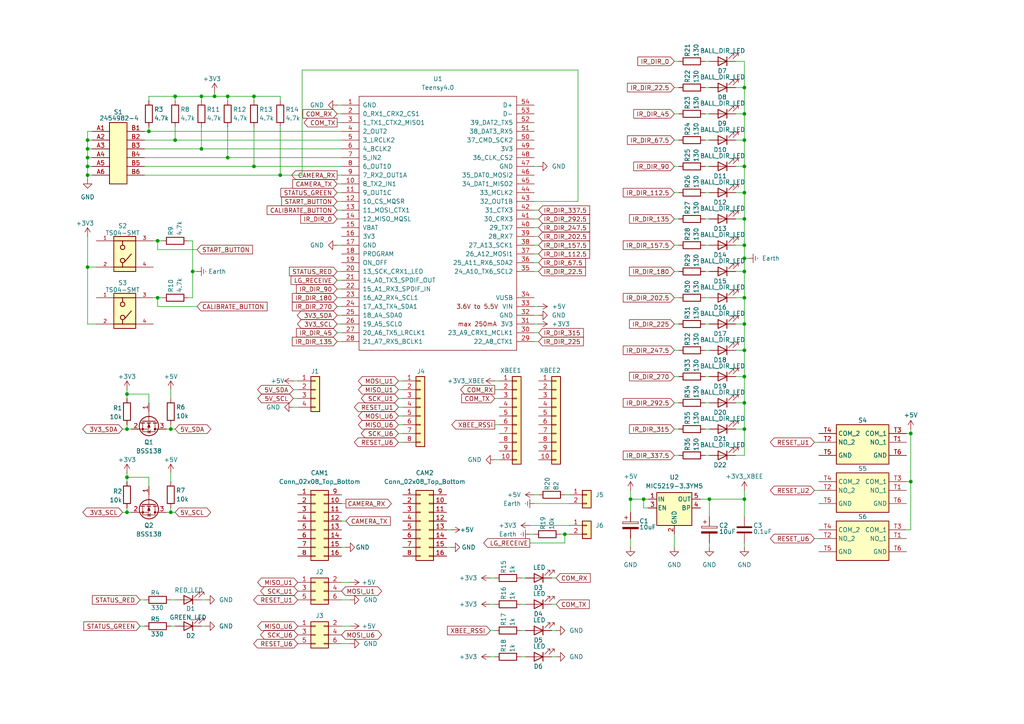
<source format=kicad_sch>
(kicad_sch (version 20250114) (generator "eeschema") (generator_version "9.0")
  (paper "A4")
  (junction (at 25.4 50.8))
  (junction (at 45.72 86.36))
  (junction (at 215.9 101.6))
  (junction (at 58.42 27.94))
  (junction (at 36.83 124.46))
  (junction (at 43.18 38.1))
  (junction (at 186.69 144.78))
  (junction (at 215.9 144.78))
  (junction (at 58.42 43.18))
  (junction (at 215.9 55.88))
  (junction (at 25.4 40.64))
  (junction (at 25.4 48.26))
  (junction (at 215.9 33.02))
  (junction (at 215.9 71.12))
  (junction (at 66.04 27.94))
  (junction (at 49.53 124.46))
  (junction (at 73.66 27.94))
  (junction (at 66.04 45.72))
  (junction (at 215.9 86.36))
  (junction (at 50.8 40.64))
  (junction (at 264.16 139.7))
  (junction (at 215.9 124.46))
  (junction (at 215.9 63.5))
  (junction (at 215.9 93.98))
  (junction (at 45.72 69.85))
  (junction (at 163.83 154.94))
  (junction (at 73.66 48.26))
  (junction (at 182.88 144.78))
  (junction (at 25.4 43.18))
  (junction (at 215.9 40.64))
  (junction (at 36.83 148.59))
  (junction (at 205.74 144.78))
  (junction (at 215.9 74.93))
  (junction (at 62.23 27.94))
  (junction (at 215.9 78.74))
  (junction (at 36.83 114.3))
  (junction (at 50.8 27.94))
  (junction (at 25.4 45.72))
  (junction (at 36.83 138.43))
  (junction (at 25.4 77.47))
  (junction (at 55.88 78.74))
  (junction (at 49.53 148.59))
  (junction (at 215.9 116.84))
  (junction (at 215.9 48.26))
  (junction (at 215.9 25.4))
  (junction (at 215.9 109.22))
  (junction (at 264.16 125.73))
  (junction (at 81.28 50.8))
  (wire (pts (xy 115.57 125.73) (xy 116.84 125.73)))
  (wire (pts (xy 41.91 43.18) (xy 58.42 43.18)))
  (wire (pts (xy 115.57 120.65) (xy 116.84 120.65)))
  (wire (pts (xy 40.64 181.61) (xy 41.91 181.61)))
  (wire (pts (xy 142.24 190.5) (xy 143.51 190.5)))
  (wire (pts (xy 99.06 181.61) (xy 101.6 181.61)))
  (wire (pts (xy 45.72 69.85) (xy 46.99 69.85)))
  (wire (pts (xy 215.9 101.6) (xy 215.9 93.98)))
  (wire (pts (xy 81.28 50.8) (xy 87.63 50.8)))
  (wire (pts (xy 215.9 71.12) (xy 215.9 63.5)))
  (wire (pts (xy 213.36 116.84) (xy 215.9 116.84)))
  (wire (pts (xy 41.91 50.8) (xy 81.28 50.8)))
  (wire (pts (xy 41.91 40.64) (xy 50.8 40.64)))
  (wire (pts (xy 213.36 101.6) (xy 215.9 101.6)))
  (wire (pts (xy 151.13 167.64) (xy 152.4 167.64)))
  (wire (pts (xy 99.06 158.75) (xy 100.33 158.75)))
  (wire (pts (xy 143.51 123.19) (xy 144.78 123.19)))
  (wire (pts (xy 73.66 48.26) (xy 73.66 36.83)))
  (wire (pts (xy 182.88 156.21) (xy 182.88 158.75)))
  (wire (pts (xy 25.4 50.8) (xy 25.4 52.07)))
  (wire (pts (xy 187.96 147.32) (xy 186.69 147.32)))
  (wire (pts (xy 154.94 48.26) (xy 156.21 48.26)))
  (wire (pts (xy 204.47 17.78) (xy 205.74 17.78)))
  (wire (pts (xy 195.58 55.88) (xy 196.85 55.88)))
  (wire (pts (xy 59.69 181.61) (xy 58.42 181.61)))
  (wire (pts (xy 154.94 78.74) (xy 156.21 78.74)))
  (wire (pts (xy 41.91 48.26) (xy 73.66 48.26)))
  (wire (pts (xy 36.83 114.3) (xy 36.83 115.57)))
  (wire (pts (xy 151.13 190.5) (xy 152.4 190.5)))
  (wire (pts (xy 215.9 78.74) (xy 215.9 74.93)))
  (wire (pts (xy 154.94 93.98) (xy 156.21 93.98)))
  (wire (pts (xy 55.88 78.74) (xy 55.88 86.36)))
  (wire (pts (xy 213.36 124.46) (xy 215.9 124.46)))
  (wire (pts (xy 142.24 182.88) (xy 143.51 182.88)))
  (wire (pts (xy 160.02 167.64) (xy 161.29 167.64)))
  (wire (pts (xy 187.96 144.78) (xy 186.69 144.78)))
  (wire (pts (xy 182.88 144.78) (xy 186.69 144.78)))
  (wire (pts (xy 57.15 72.39) (xy 45.72 72.39)))
  (wire (pts (xy 99.06 168.91) (xy 101.6 168.91)))
  (wire (pts (xy 81.28 27.94) (xy 73.66 27.94)))
  (wire (pts (xy 58.42 43.18) (xy 99.06 43.18)))
  (wire (pts (xy 262.89 125.73) (xy 264.16 125.73)))
  (wire (pts (xy 215.9 55.88) (xy 215.9 48.26)))
  (wire (pts (xy 154.94 58.42) (xy 167.64 58.42)))
  (wire (pts (xy 204.47 109.22) (xy 205.74 109.22)))
  (wire (pts (xy 215.9 132.08) (xy 215.9 124.46)))
  (wire (pts (xy 97.79 71.12) (xy 99.06 71.12)))
  (wire (pts (xy 204.47 40.64) (xy 205.74 40.64)))
  (wire (pts (xy 97.79 55.88) (xy 99.06 55.88)))
  (wire (pts (xy 167.64 20.32) (xy 87.63 20.32)))
  (wire (pts (xy 213.36 109.22) (xy 215.9 109.22)))
  (wire (pts (xy 154.94 96.52) (xy 156.21 96.52)))
  (wire (pts (xy 215.9 109.22) (xy 215.9 101.6)))
  (wire (pts (xy 50.8 40.64) (xy 50.8 36.83)))
  (wire (pts (xy 27.94 93.98) (xy 25.4 93.98)))
  (wire (pts (xy 43.18 116.84) (xy 43.18 114.3)))
  (wire (pts (xy 213.36 78.74) (xy 215.9 78.74)))
  (wire (pts (xy 163.83 143.51) (xy 165.1 143.51)))
  (wire (pts (xy 115.57 115.57) (xy 116.84 115.57)))
  (wire (pts (xy 26.67 50.8) (xy 25.4 50.8)))
  (wire (pts (xy 182.88 144.78) (xy 182.88 148.59)))
  (wire (pts (xy 97.79 99.06) (xy 99.06 99.06)))
  (wire (pts (xy 36.83 113.03) (xy 36.83 114.3)))
  (wire (pts (xy 167.64 58.42) (xy 167.64 20.32)))
  (wire (pts (xy 195.58 93.98) (xy 196.85 93.98)))
  (wire (pts (xy 45.72 72.39) (xy 45.72 69.85)))
  (wire (pts (xy 25.4 48.26) (xy 25.4 50.8)))
  (wire (pts (xy 204.47 25.4) (xy 205.74 25.4)))
  (wire (pts (xy 50.8 181.61) (xy 49.53 181.61)))
  (wire (pts (xy 154.94 73.66) (xy 156.21 73.66)))
  (wire (pts (xy 264.16 124.46) (xy 264.16 125.73)))
  (wire (pts (xy 213.36 33.02) (xy 215.9 33.02)))
  (wire (pts (xy 142.24 175.26) (xy 143.51 175.26)))
  (wire (pts (xy 50.8 40.64) (xy 99.06 40.64)))
  (wire (pts (xy 81.28 36.83) (xy 81.28 50.8)))
  (wire (pts (xy 54.61 69.85) (xy 55.88 69.85)))
  (wire (pts (xy 97.79 30.48) (xy 99.06 30.48)))
  (wire (pts (xy 99.06 151.13) (xy 100.33 151.13)))
  (wire (pts (xy 115.57 118.11) (xy 116.84 118.11)))
  (wire (pts (xy 97.79 58.42) (xy 99.06 58.42)))
  (wire (pts (xy 25.4 77.47) (xy 25.4 68.58)))
  (wire (pts (xy 115.57 123.19) (xy 116.84 123.19)))
  (wire (pts (xy 213.36 86.36) (xy 215.9 86.36)))
  (wire (pts (xy 97.79 35.56) (xy 99.06 35.56)))
  (wire (pts (xy 129.54 153.67) (xy 130.81 153.67)))
  (wire (pts (xy 25.4 40.64) (xy 26.67 40.64)))
  (wire (pts (xy 215.9 74.93) (xy 215.9 71.12)))
  (wire (pts (xy 204.47 86.36) (xy 205.74 86.36)))
  (wire (pts (xy 41.91 45.72) (xy 66.04 45.72)))
  (wire (pts (xy 85.09 110.49) (xy 86.36 110.49)))
  (wire (pts (xy 66.04 27.94) (xy 73.66 27.94)))
  (wire (pts (xy 97.79 91.44) (xy 99.06 91.44)))
  (wire (pts (xy 215.9 157.48) (xy 215.9 158.75)))
  (wire (pts (xy 87.63 20.32) (xy 87.63 50.8)))
  (wire (pts (xy 195.58 101.6) (xy 196.85 101.6)))
  (wire (pts (xy 43.18 38.1) (xy 43.18 36.83)))
  (wire (pts (xy 204.47 116.84) (xy 205.74 116.84)))
  (wire (pts (xy 195.58 124.46) (xy 196.85 124.46)))
  (wire (pts (xy 25.4 93.98) (xy 25.4 77.47)))
  (wire (pts (xy 25.4 43.18) (xy 26.67 43.18)))
  (wire (pts (xy 215.9 63.5) (xy 215.9 55.88)))
  (wire (pts (xy 153.67 152.4) (xy 165.1 152.4)))
  (wire (pts (xy 153.67 154.94) (xy 154.94 154.94)))
  (wire (pts (xy 215.9 40.64) (xy 215.9 33.02)))
  (wire (pts (xy 160.02 175.26) (xy 161.29 175.26)))
  (wire (pts (xy 85.09 113.03) (xy 86.36 113.03)))
  (wire (pts (xy 97.79 96.52) (xy 99.06 96.52)))
  (wire (pts (xy 97.79 81.28) (xy 99.06 81.28)))
  (wire (pts (xy 154.94 76.2) (xy 156.21 76.2)))
  (wire (pts (xy 25.4 40.64) (xy 25.4 43.18)))
  (wire (pts (xy 115.57 128.27) (xy 116.84 128.27)))
  (wire (pts (xy 213.36 63.5) (xy 215.9 63.5)))
  (wire (pts (xy 115.57 110.49) (xy 116.84 110.49)))
  (wire (pts (xy 213.36 40.64) (xy 215.9 40.64)))
  (wire (pts (xy 236.22 156.21) (xy 237.49 156.21)))
  (wire (pts (xy 43.18 27.94) (xy 50.8 27.94)))
  (wire (pts (xy 45.72 86.36) (xy 46.99 86.36)))
  (wire (pts (xy 97.79 63.5) (xy 99.06 63.5)))
  (wire (pts (xy 58.42 43.18) (xy 58.42 36.83)))
  (wire (pts (xy 195.58 25.4) (xy 196.85 25.4)))
  (wire (pts (xy 43.18 140.97) (xy 43.18 138.43)))
  (wire (pts (xy 195.58 132.08) (xy 196.85 132.08)))
  (wire (pts (xy 154.94 63.5) (xy 156.21 63.5)))
  (wire (pts (xy 129.54 158.75) (xy 130.81 158.75)))
  (wire (pts (xy 73.66 48.26) (xy 99.06 48.26)))
  (wire (pts (xy 35.56 148.59) (xy 36.83 148.59)))
  (wire (pts (xy 195.58 78.74) (xy 196.85 78.74)))
  (wire (pts (xy 151.13 175.26) (xy 152.4 175.26)))
  (wire (pts (xy 143.51 133.35) (xy 144.78 133.35)))
  (wire (pts (xy 40.64 173.99) (xy 41.91 173.99)))
  (wire (pts (xy 43.18 114.3) (xy 36.83 114.3)))
  (wire (pts (xy 54.61 86.36) (xy 55.88 86.36)))
  (wire (pts (xy 195.58 154.94) (xy 195.58 158.75)))
  (wire (pts (xy 154.94 60.96) (xy 156.21 60.96)))
  (wire (pts (xy 97.79 53.34) (xy 99.06 53.34)))
  (wire (pts (xy 25.4 45.72) (xy 25.4 48.26)))
  (wire (pts (xy 195.58 116.84) (xy 196.85 116.84)))
  (wire (pts (xy 215.9 74.93) (xy 217.17 74.93)))
  (wire (pts (xy 204.47 55.88) (xy 205.74 55.88)))
  (wire (pts (xy 143.51 115.57) (xy 144.78 115.57)))
  (wire (pts (xy 215.9 144.78) (xy 205.74 144.78)))
  (wire (pts (xy 205.74 157.48) (xy 205.74 158.75)))
  (wire (pts (xy 143.51 110.49) (xy 144.78 110.49)))
  (wire (pts (xy 66.04 45.72) (xy 99.06 45.72)))
  (wire (pts (xy 182.88 144.78) (xy 182.88 142.24)))
  (wire (pts (xy 25.4 43.18) (xy 25.4 45.72)))
  (wire (pts (xy 204.47 63.5) (xy 205.74 63.5)))
  (wire (pts (xy 151.13 182.88) (xy 152.4 182.88)))
  (wire (pts (xy 162.56 154.94) (xy 163.83 154.94)))
  (wire (pts (xy 154.94 91.44) (xy 156.21 91.44)))
  (wire (pts (xy 154.94 146.05) (xy 165.1 146.05)))
  (wire (pts (xy 215.9 33.02) (xy 215.9 25.4)))
  (wire (pts (xy 160.02 182.88) (xy 161.29 182.88)))
  (wire (pts (xy 97.79 78.74) (xy 99.06 78.74)))
  (wire (pts (xy 85.09 115.57) (xy 86.36 115.57)))
  (wire (pts (xy 163.83 157.48) (xy 163.83 154.94)))
  (wire (pts (xy 154.94 68.58) (xy 156.21 68.58)))
  (wire (pts (xy 236.22 128.27) (xy 237.49 128.27)))
  (wire (pts (xy 215.9 25.4) (xy 215.9 17.78)))
  (wire (pts (xy 264.16 125.73) (xy 264.16 139.7)))
  (wire (pts (xy 160.02 190.5) (xy 161.29 190.5)))
  (wire (pts (xy 154.94 99.06) (xy 156.21 99.06)))
  (wire (pts (xy 35.56 124.46) (xy 36.83 124.46)))
  (wire (pts (xy 36.83 148.59) (xy 36.83 147.32)))
  (wire (pts (xy 43.18 38.1) (xy 99.06 38.1)))
  (wire (pts (xy 154.94 71.12) (xy 156.21 71.12)))
  (wire (pts (xy 215.9 17.78) (xy 213.36 17.78)))
  (wire (pts (xy 99.06 186.69) (xy 101.6 186.69)))
  (wire (pts (xy 97.79 93.98) (xy 99.06 93.98)))
  (wire (pts (xy 41.91 38.1) (xy 43.18 38.1)))
  (wire (pts (xy 81.28 27.94) (xy 81.28 29.21)))
  (wire (pts (xy 115.57 113.03) (xy 116.84 113.03)))
  (wire (pts (xy 264.16 139.7) (xy 264.16 153.67)))
  (wire (pts (xy 25.4 48.26) (xy 26.67 48.26)))
  (wire (pts (xy 62.23 27.94) (xy 62.23 26.67)))
  (wire (pts (xy 38.1 148.59) (xy 36.83 148.59)))
  (wire (pts (xy 36.83 138.43) (xy 36.83 139.7)))
  (wire (pts (xy 195.58 86.36) (xy 196.85 86.36)))
  (wire (pts (xy 195.58 48.26) (xy 196.85 48.26)))
  (wire (pts (xy 99.06 146.05) (xy 100.33 146.05)))
  (wire (pts (xy 50.8 27.94) (xy 58.42 27.94)))
  (wire (pts (xy 195.58 63.5) (xy 196.85 63.5)))
  (wire (pts (xy 45.72 88.9) (xy 45.72 86.36)))
  (wire (pts (xy 215.9 142.24) (xy 215.9 144.78)))
  (wire (pts (xy 204.47 48.26) (xy 205.74 48.26)))
  (wire (pts (xy 142.24 167.64) (xy 143.51 167.64)))
  (wire (pts (xy 62.23 27.94) (xy 66.04 27.94)))
  (wire (pts (xy 204.47 132.08) (xy 205.74 132.08)))
  (wire (pts (xy 44.45 86.36) (xy 45.72 86.36)))
  (wire (pts (xy 50.8 173.99) (xy 49.53 173.99)))
  (wire (pts (xy 36.83 124.46) (xy 36.83 123.19)))
  (wire (pts (xy 215.9 86.36) (xy 215.9 78.74)))
  (wire (pts (xy 99.06 173.99) (xy 101.6 173.99)))
  (wire (pts (xy 97.79 33.02) (xy 99.06 33.02)))
  (wire (pts (xy 213.36 55.88) (xy 215.9 55.88)))
  (wire (pts (xy 204.47 71.12) (xy 205.74 71.12)))
  (wire (pts (xy 49.53 148.59) (xy 49.53 147.32)))
  (wire (pts (xy 49.53 124.46) (xy 49.53 123.19)))
  (wire (pts (xy 262.89 139.7) (xy 264.16 139.7)))
  (wire (pts (xy 58.42 27.94) (xy 58.42 29.21)))
  (wire (pts (xy 55.88 78.74) (xy 57.15 78.74)))
  (wire (pts (xy 195.58 71.12) (xy 196.85 71.12)))
  (wire (pts (xy 73.66 27.94) (xy 73.66 29.21)))
  (wire (pts (xy 195.58 109.22) (xy 196.85 109.22)))
  (wire (pts (xy 205.74 144.78) (xy 205.74 149.86)))
  (wire (pts (xy 262.89 153.67) (xy 264.16 153.67)))
  (wire (pts (xy 26.67 38.1) (xy 25.4 38.1)))
  (wire (pts (xy 97.79 86.36) (xy 99.06 86.36)))
  (wire (pts (xy 66.04 36.83) (xy 66.04 45.72)))
  (wire (pts (xy 154.94 143.51) (xy 156.21 143.51)))
  (wire (pts (xy 154.94 66.04) (xy 156.21 66.04)))
  (wire (pts (xy 215.9 93.98) (xy 215.9 86.36)))
  (wire (pts (xy 49.53 137.16) (xy 49.53 139.7)))
  (wire (pts (xy 143.51 113.03) (xy 144.78 113.03)))
  (wire (pts (xy 50.8 27.94) (xy 50.8 29.21)))
  (wire (pts (xy 25.4 38.1) (xy 25.4 40.64)))
  (wire (pts (xy 204.47 33.02) (xy 205.74 33.02)))
  (wire (pts (xy 213.36 132.08) (xy 215.9 132.08)))
  (wire (pts (xy 97.79 50.8) (xy 99.06 50.8)))
  (wire (pts (xy 213.36 93.98) (xy 215.9 93.98)))
  (wire (pts (xy 97.79 83.82) (xy 99.06 83.82)))
  (wire (pts (xy 186.69 147.32) (xy 186.69 144.78)))
  (wire (pts (xy 204.47 93.98) (xy 205.74 93.98)))
  (wire (pts (xy 236.22 142.24) (xy 237.49 142.24)))
  (wire (pts (xy 59.69 173.99) (xy 58.42 173.99)))
  (wire (pts (xy 27.94 77.47) (xy 25.4 77.47)))
  (wire (pts (xy 215.9 116.84) (xy 215.9 109.22)))
  (wire (pts (xy 49.53 148.59) (xy 50.8 148.59)))
  (wire (pts (xy 204.47 78.74) (xy 205.74 78.74)))
  (wire (pts (xy 55.88 69.85) (xy 55.88 78.74)))
  (wire (pts (xy 43.18 138.43) (xy 36.83 138.43)))
  (wire (pts (xy 215.9 48.26) (xy 215.9 40.64)))
  (wire (pts (xy 204.47 101.6) (xy 205.74 101.6)))
  (wire (pts (xy 213.36 71.12) (xy 215.9 71.12)))
  (wire (pts (xy 44.45 69.85) (xy 45.72 69.85)))
  (wire (pts (xy 154.94 88.9) (xy 156.21 88.9)))
  (wire (pts (xy 153.67 157.48) (xy 163.83 157.48)))
  (wire (pts (xy 58.42 27.94) (xy 62.23 27.94)))
  (wire (pts (xy 38.1 124.46) (xy 36.83 124.46)))
  (wire (pts (xy 195.58 33.02) (xy 196.85 33.02)))
  (wire (pts (xy 57.15 88.9) (xy 45.72 88.9)))
  (wire (pts (xy 85.09 118.11) (xy 86.36 118.11)))
  (wire (pts (xy 66.04 27.94) (xy 66.04 29.21)))
  (wire (pts (xy 195.58 17.78) (xy 196.85 17.78)))
  (wire (pts (xy 97.79 60.96) (xy 99.06 60.96)))
  (wire (pts (xy 213.36 25.4) (xy 215.9 25.4)))
  (wire (pts (xy 195.58 40.64) (xy 196.85 40.64)))
  (wire (pts (xy 97.79 88.9) (xy 99.06 88.9)))
  (wire (pts (xy 203.2 144.78) (xy 205.74 144.78)))
  (wire (pts (xy 163.83 154.94) (xy 165.1 154.94)))
  (wire (pts (xy 49.53 124.46) (xy 50.8 124.46)))
  (wire (pts (xy 49.53 113.03) (xy 49.53 115.57)))
  (wire (pts (xy 25.4 45.72) (xy 26.67 45.72)))
  (wire (pts (xy 215.9 124.46) (xy 215.9 116.84)))
  (wire (pts (xy 204.47 124.46) (xy 205.74 124.46)))
  (wire (pts (xy 48.26 148.59) (xy 49.53 148.59)))
  (wire (pts (xy 36.83 137.16) (xy 36.83 138.43)))
  (wire (pts (xy 48.26 124.46) (xy 49.53 124.46)))
  (wire (pts (xy 213.36 48.26) (xy 215.9 48.26)))
  (wire (pts (xy 43.18 29.21) (xy 43.18 27.94)))
  (wire (pts (xy 215.9 149.86) (xy 215.9 144.78)))
  (global_label "RESET_U6" (shape bidirectional) (at 86.36 186.69 180) (property "Intersheetrefs" "${INTERSHEET_REFS}" (effects (hide yes))))
  (global_label "IR_DIR_90" (shape input) (at 195.58 48.26 180) (property "Intersheetrefs" "${INTERSHEET_REFS}" (effects (hide yes))))
  (global_label "COM_RX" (shape input) (at 161.29 167.64 0) (property "Intersheetrefs" "${INTERSHEET_REFS}" (effects (hide yes))))
  (global_label "IR_DIR_22.5" (shape input) (at 156.21 78.74 0) (property "Intersheetrefs" "${INTERSHEET_REFS}" (effects (hide yes))))
  (global_label "3V3_SDA" (shape bidirectional) (at 97.79 91.44 180) (property "Intersheetrefs" "${INTERSHEET_REFS}" (effects (hide yes))))
  (global_label "XBEE_RSSI" (shape output) (at 143.51 123.19 180) (property "Intersheetrefs" "${INTERSHEET_REFS}" (effects (hide yes))))
  (global_label "IR_DIR_157.5" (shape input) (at 156.21 71.12 0) (property "Intersheetrefs" "${INTERSHEET_REFS}" (effects (hide yes))))
  (global_label "IR_DIR_292.5" (shape input) (at 156.21 63.5 0) (property "Intersheetrefs" "${INTERSHEET_REFS}" (effects (hide yes))))
  (global_label "IR_DIR_202.5" (shape input) (at 195.58 86.36 180) (property "Intersheetrefs" "${INTERSHEET_REFS}" (effects (hide yes))))
  (global_label "IR_DIR_315" (shape input) (at 156.21 96.52 0) (property "Intersheetrefs" "${INTERSHEET_REFS}" (effects (hide yes))))
  (global_label "SCK_U1" (shape bidirectional) (at 115.57 115.57 180) (property "Intersheetrefs" "${INTERSHEET_REFS}" (effects (hide yes))))
  (global_label "IR_DIR_157.5" (shape input) (at 195.58 71.12 180) (property "Intersheetrefs" "${INTERSHEET_REFS}" (effects (hide yes))))
  (global_label "IR_DIR_112.5" (shape input) (at 156.21 73.66 0) (property "Intersheetrefs" "${INTERSHEET_REFS}" (effects (hide yes))))
  (global_label "IR_DIR_270" (shape input) (at 97.79 88.9 180) (property "Intersheetrefs" "${INTERSHEET_REFS}" (effects (hide yes))))
  (global_label "SCK_U6" (shape bidirectional) (at 115.57 125.73 180) (property "Intersheetrefs" "${INTERSHEET_REFS}" (effects (hide yes))))
  (global_label "CALIBRATE_BUTTON" (shape input) (at 97.79 60.96 180) (property "Intersheetrefs" "${INTERSHEET_REFS}" (effects (hide yes))))
  (global_label "START_BUTTON" (shape input) (at 97.79 58.42 180) (property "Intersheetrefs" "${INTERSHEET_REFS}" (effects (hide yes))))
  (global_label "IR_DIR_45" (shape input) (at 195.58 33.02 180) (property "Intersheetrefs" "${INTERSHEET_REFS}" (effects (hide yes))))
  (global_label "SCK_U1" (shape bidirectional) (at 86.36 171.45 180) (property "Intersheetrefs" "${INTERSHEET_REFS}" (effects (hide yes))))
  (global_label "RESET_U6" (shape bidirectional) (at 115.57 128.27 180) (property "Intersheetrefs" "${INTERSHEET_REFS}" (effects (hide yes))))
  (global_label "COM_TX" (shape output) (at 97.79 35.56 180) (property "Intersheetrefs" "${INTERSHEET_REFS}" (effects (hide yes))))
  (global_label "3V3_SCL" (shape bidirectional) (at 35.56 148.59 180) (property "Intersheetrefs" "${INTERSHEET_REFS}" (effects (hide yes))))
  (global_label "IR_DIR_90" (shape input) (at 97.79 83.82 180) (property "Intersheetrefs" "${INTERSHEET_REFS}" (effects (hide yes))))
  (global_label "5V_SCL" (shape bidirectional) (at 85.09 115.57 180) (property "Intersheetrefs" "${INTERSHEET_REFS}" (effects (hide yes))))
  (global_label "MOSI_U6" (shape bidirectional) (at 99.06 184.15 0) (property "Intersheetrefs" "${INTERSHEET_REFS}" (effects (hide yes))))
  (global_label "3V3_SCL" (shape bidirectional) (at 97.79 93.98 180) (property "Intersheetrefs" "${INTERSHEET_REFS}" (effects (hide yes))))
  (global_label "CAMERA_TX" (shape input) (at 100.33 151.13 0) (property "Intersheetrefs" "${INTERSHEET_REFS}" (effects (hide yes))))
  (global_label "COM_TX" (shape input) (at 143.51 115.57 180) (property "Intersheetrefs" "${INTERSHEET_REFS}" (effects (hide yes))))
  (global_label "MOSI_U1" (shape bidirectional) (at 99.06 171.45 0) (property "Intersheetrefs" "${INTERSHEET_REFS}" (effects (hide yes))))
  (global_label "IR_DIR_315" (shape input) (at 195.58 124.46 180) (property "Intersheetrefs" "${INTERSHEET_REFS}" (effects (hide yes))))
  (global_label "IR_DIR_337.5" (shape input) (at 156.21 60.96 0) (property "Intersheetrefs" "${INTERSHEET_REFS}" (effects (hide yes))))
  (global_label "IR_DIR_337.5" (shape input) (at 195.58 132.08 180) (property "Intersheetrefs" "${INTERSHEET_REFS}" (effects (hide yes))))
  (global_label "CAMERA_RX" (shape output) (at 97.79 50.8 180) (property "Intersheetrefs" "${INTERSHEET_REFS}" (effects (hide yes))))
  (global_label "MISO_U1" (shape bidirectional) (at 86.36 168.91 180) (property "Intersheetrefs" "${INTERSHEET_REFS}" (effects (hide yes))))
  (global_label "CAMERA_RX" (shape output) (at 100.33 146.05 0) (property "Intersheetrefs" "${INTERSHEET_REFS}" (effects (hide yes))))
  (global_label "CAMERA_TX" (shape input) (at 97.79 53.34 180) (property "Intersheetrefs" "${INTERSHEET_REFS}" (effects (hide yes))))
  (global_label "RESET_U2" (shape bidirectional) (at 236.22 142.24 180) (property "Intersheetrefs" "${INTERSHEET_REFS}" (effects (hide yes))))
  (global_label "IR_DIR_180" (shape input) (at 195.58 78.74 180) (property "Intersheetrefs" "${INTERSHEET_REFS}" (effects (hide yes))))
  (global_label "COM_TX" (shape input) (at 161.29 175.26 0) (property "Intersheetrefs" "${INTERSHEET_REFS}" (effects (hide yes))))
  (global_label "5V_SCL" (shape bidirectional) (at 50.8 148.59 0) (property "Intersheetrefs" "${INTERSHEET_REFS}" (effects (hide yes))))
  (global_label "IR_DIR_247.5" (shape input) (at 156.21 66.04 0) (property "Intersheetrefs" "${INTERSHEET_REFS}" (effects (hide yes))))
  (global_label "IR_DIR_67.5" (shape input) (at 156.21 76.2 0) (property "Intersheetrefs" "${INTERSHEET_REFS}" (effects (hide yes))))
  (global_label "IR_DIR_135" (shape input) (at 195.58 63.5 180) (property "Intersheetrefs" "${INTERSHEET_REFS}" (effects (hide yes))))
  (global_label "CALIBRATE_BUTTON" (shape input) (at 57.15 88.9 0) (property "Intersheetrefs" "${INTERSHEET_REFS}" (effects (hide yes))))
  (global_label "COM_RX" (shape input) (at 97.79 33.02 180) (property "Intersheetrefs" "${INTERSHEET_REFS}" (effects (hide yes))))
  (global_label "IR_DIR_225" (shape input) (at 156.21 99.06 0) (property "Intersheetrefs" "${INTERSHEET_REFS}" (effects (hide yes))))
  (global_label "STATUS_GREEN" (shape input) (at 97.79 55.88 180) (property "Intersheetrefs" "${INTERSHEET_REFS}" (effects (hide yes))))
  (global_label "IR_DIR_202.5" (shape input) (at 156.21 68.58 0) (property "Intersheetrefs" "${INTERSHEET_REFS}" (effects (hide yes))))
  (global_label "LG_RECEIVE" (shape output) (at 153.67 157.48 180) (property "Intersheetrefs" "${INTERSHEET_REFS}" (effects (hide yes))))
  (global_label "3V3_SDA" (shape bidirectional) (at 35.56 124.46 180) (property "Intersheetrefs" "${INTERSHEET_REFS}" (effects (hide yes))))
  (global_label "IR_DIR_247.5" (shape input) (at 195.58 101.6 180) (property "Intersheetrefs" "${INTERSHEET_REFS}" (effects (hide yes))))
  (global_label "RESET_U1" (shape bidirectional) (at 86.36 173.99 180) (property "Intersheetrefs" "${INTERSHEET_REFS}" (effects (hide yes))))
  (global_label "SCK_U6" (shape bidirectional) (at 86.36 184.15 180) (property "Intersheetrefs" "${INTERSHEET_REFS}" (effects (hide yes))))
  (global_label "IR_DIR_45" (shape input) (at 97.79 96.52 180) (property "Intersheetrefs" "${INTERSHEET_REFS}" (effects (hide yes))))
  (global_label "STATUS_RED" (shape input) (at 40.64 173.99 180) (property "Intersheetrefs" "${INTERSHEET_REFS}" (effects (hide yes))))
  (global_label "IR_DIR_180" (shape input) (at 97.79 86.36 180) (property "Intersheetrefs" "${INTERSHEET_REFS}" (effects (hide yes))))
  (global_label "COM_RX" (shape output) (at 143.51 113.03 180) (property "Intersheetrefs" "${INTERSHEET_REFS}" (effects (hide yes))))
  (global_label "RESET_U6" (shape bidirectional) (at 236.22 156.21 180) (property "Intersheetrefs" "${INTERSHEET_REFS}" (effects (hide yes))))
  (global_label "MOSI_U1" (shape bidirectional) (at 115.57 110.49 180) (property "Intersheetrefs" "${INTERSHEET_REFS}" (effects (hide yes))))
  (global_label "RESET_U1" (shape bidirectional) (at 236.22 128.27 180) (property "Intersheetrefs" "${INTERSHEET_REFS}" (effects (hide yes))))
  (global_label "IR_DIR_225" (shape input) (at 195.58 93.98 180) (property "Intersheetrefs" "${INTERSHEET_REFS}" (effects (hide yes))))
  (global_label "LG_RECEIVE" (shape input) (at 97.79 81.28 180) (property "Intersheetrefs" "${INTERSHEET_REFS}" (effects (hide yes))))
  (global_label "IR_DIR_22.5" (shape input) (at 195.58 25.4 180) (property "Intersheetrefs" "${INTERSHEET_REFS}" (effects (hide yes))))
  (global_label "START_BUTTON" (shape input) (at 57.15 72.39 0) (property "Intersheetrefs" "${INTERSHEET_REFS}" (effects (hide yes))))
  (global_label "MOSI_U6" (shape bidirectional) (at 115.57 120.65 180) (property "Intersheetrefs" "${INTERSHEET_REFS}" (effects (hide yes))))
  (global_label "IR_DIR_112.5" (shape input) (at 195.58 55.88 180) (property "Intersheetrefs" "${INTERSHEET_REFS}" (effects (hide yes))))
  (global_label "MISO_U6" (shape bidirectional) (at 86.36 181.61 180) (property "Intersheetrefs" "${INTERSHEET_REFS}" (effects (hide yes))))
  (global_label "IR_DIR_270" (shape input) (at 195.58 109.22 180) (property "Intersheetrefs" "${INTERSHEET_REFS}" (effects (hide yes))))
  (global_label "5V_SDA" (shape bidirectional) (at 85.09 113.03 180) (property "Intersheetrefs" "${INTERSHEET_REFS}" (effects (hide yes))))
  (global_label "IR_DIR_292.5" (shape input) (at 195.58 116.84 180) (property "Intersheetrefs" "${INTERSHEET_REFS}" (effects (hide yes))))
  (global_label "STATUS_GREEN" (shape input) (at 40.64 181.61 180) (property "Intersheetrefs" "${INTERSHEET_REFS}" (effects (hide yes))))
  (global_label "IR_DIR_67.5" (shape input) (at 195.58 40.64 180) (property "Intersheetrefs" "${INTERSHEET_REFS}" (effects (hide yes))))
  (global_label "XBEE_RSSI" (shape input) (at 142.24 182.88 180) (property "Intersheetrefs" "${INTERSHEET_REFS}" (effects (hide yes))))
  (global_label "IR_DIR_0" (shape input) (at 195.58 17.78 180) (property "Intersheetrefs" "${INTERSHEET_REFS}" (effects (hide yes))))
  (global_label "5V_SDA" (shape bidirectional) (at 50.8 124.46 0) (property "Intersheetrefs" "${INTERSHEET_REFS}" (effects (hide yes))))
  (global_label "RESET_U1" (shape bidirectional) (at 115.57 118.11 180) (property "Intersheetrefs" "${INTERSHEET_REFS}" (effects (hide yes))))
  (global_label "MISO_U1" (shape bidirectional) (at 115.57 113.03 180) (property "Intersheetrefs" "${INTERSHEET_REFS}" (effects (hide yes))))
  (global_label "IR_DIR_0" (shape input) (at 97.79 63.5 180) (property "Intersheetrefs" "${INTERSHEET_REFS}" (effects (hide yes))))
  (global_label "MISO_U6" (shape bidirectional) (at 115.57 123.19 180) (property "Intersheetrefs" "${INTERSHEET_REFS}" (effects (hide yes))))
  (global_label "IR_DIR_135" (shape input) (at 97.79 99.06 180) (property "Intersheetrefs" "${INTERSHEET_REFS}" (effects (hide yes))))
  (global_label "STATUS_RED" (shape input) (at 97.79 78.74 180) (property "Intersheetrefs" "${INTERSHEET_REFS}" (effects (hide yes))))
  (symbol (lib_id "power:GND") (at 156.21 48.26 90) (unit 1)
    (property "Reference" "#PWR031" (effects (hide yes)))
    (property "Value" "GND" (at 160.02 48.2599 90) (effects (justify right)))
    (property "Description" "Power symbol creates a global label with name \"GND\" , ground" (effects (hide yes)))
  )
  (symbol (lib_id "power:GND") (at 97.79 71.12 270) (unit 1)
    (property "Reference" "#PWR014" (effects (hide yes)))
    (property "Value" "GND" (at 93.98 71.1199 90) (effects (justify right)))
    (property "Description" "Power symbol creates a global label with name \"GND\" , ground" (effects (hide yes)))
  )
  (symbol (lib_id "Device:R") (at 158.75 154.94 270) (unit 1)
    (property "Reference" "R19" (at 157.48 153.67 0) (effects (justify right)))
    (property "Value" "10k" (at 160.02 153.67 0) (effects (justify right)))
    (property "Footprint" "Resistor_SMD:R_0805_2012Metric_Pad1.20x1.40mm_HandSolder" (effects (hide yes)))
    (property "Description" "Resistor" (effects (hide yes)))
  )
  (symbol (lib_id "Device:LED") (at 209.55 33.02 180) (unit 1)
    (property "Reference" "D9" (at 210.82 35.814 0) (effects (justify left)))
    (property "Value" "BALL_DIR_LED" (at 216.154 29.972 0) (effects (justify left)))
    (property "Footprint" "LED_SMD:LED_0805_2012Metric_Pad1.15x1.40mm_HandSolder" (effects (hide yes)))
    (property "Description" "Light emitting diode" (effects (hide yes)))
  )
  (symbol (lib_id "Device:R") (at 200.66 116.84 270) (unit 1)
    (property "Reference" "R34" (at 199.39 115.57 0) (effects (justify right)))
    (property "Value" "130" (at 201.93 115.57 0) (effects (justify right)))
    (property "Footprint" "Resistor_SMD:R_0805_2012Metric_Pad1.20x1.40mm_HandSolder" (effects (hide yes)))
    (property "Description" "Resistor" (effects (hide yes)))
  )
  (symbol (lib_id "Device:LED") (at 54.61 181.61 180) (unit 1)
    (property "Reference" "D2" (at 56.642 184.404 0) (effects (justify left)))
    (property "Value" "GREEN_LED" (at 59.944 179.07 0) (effects (justify left)))
    (property "Footprint" "LED_SMD:LED_0805_2012Metric_Pad1.15x1.40mm_HandSolder" (effects (hide yes)))
    (property "Description" "Light emitting diode" (effects (hide yes)))
  )
  (symbol (lib_id "Device:C_Polarized") (at 182.88 152.4 0) (unit 1)
    (property "Reference" "C1" (at 185.42 151.13 0) (effects (justify left)))
    (property "Value" "10uF" (at 185.42 152.908 0) (effects (justify left)))
    (property "Footprint" "Capacitor_Tantalum_SMD:CP_EIA-3216-12_Kemet-S_Pad1.58x1.35mm_HandSolder" (effects (hide yes)))
    (property "Description" "Polarized capacitor" (effects (hide yes)))
  )
  (symbol (lib_id "Device:R") (at 147.32 175.26 270) (unit 1)
    (property "Reference" "R16" (at 146.05 173.99 0) (effects (justify right)))
    (property "Value" "1k" (at 148.59 173.99 0) (effects (justify right)))
    (property "Footprint" "Resistor_SMD:R_0805_2012Metric_Pad1.20x1.40mm_HandSolder" (effects (hide yes)))
    (property "Description" "Resistor" (effects (hide yes)))
  )
  (symbol (lib_id "power:+5V") (at 156.21 88.9 270) (unit 1)
    (property "Reference" "#PWR032" (effects (hide yes)))
    (property "Value" "+5V" (at 160.02 88.8999 90) (effects (justify left)))
    (property "Description" "Power symbol creates a global label with name \"+5V\"" (effects (hide yes)))
  )
  (symbol (lib_id "Device:R") (at 200.66 101.6 270) (unit 1)
    (property "Reference" "R32" (at 199.39 100.33 0) (effects (justify right)))
    (property "Value" "130" (at 201.93 100.33 0) (effects (justify right)))
    (property "Footprint" "Resistor_SMD:R_0805_2012Metric_Pad1.20x1.40mm_HandSolder" (effects (hide yes)))
    (property "Description" "Resistor" (effects (hide yes)))
  )
  (symbol (lib_id "power:Earth") (at 57.15 78.74 90) (unit 1)
    (property "Reference" "#PWR07" (effects (hide yes)))
    (property "Value" "Earth" (at 62.992 78.74 90))
    (property "Description" "Power symbol creates a global label with name \"Earth\"" (effects (hide yes)))
  )
  (symbol (lib_id "Connector_Generic:Conn_01x02") (at 170.18 152.4 0) (unit 1)
    (property "Reference" "J6" (at 172.72 152.3999 0) (effects (justify left)))
    (property "Value" "Conn_01x02" (effects (hide yes)))
    (property "Footprint" "Connector_JST:JST_PH_B2B-PH-K_1x02_P2.00mm_Vertical" (effects (hide yes)))
    (property "Description" "Generic connector, single row, 01x02, script generated (kicad-library-utils/schlib/autogen/connector/)" (effects (hide yes)))
  )
  (symbol (lib_id "Device:LED") (at 209.55 40.64 180) (unit 1)
    (property "Reference" "D10" (at 210.82 43.434 0) (effects (justify left)))
    (property "Value" "BALL_DIR_LED" (at 216.154 37.592 0) (effects (justify left)))
    (property "Footprint" "LED_SMD:LED_0805_2012Metric_Pad1.15x1.40mm_HandSolder" (effects (hide yes)))
    (property "Description" "Light emitting diode" (effects (hide yes)))
  )
  (symbol (lib_id "power:Earth") (at 153.67 154.94 270) (unit 1)
    (property "Reference" "#PWR028" (effects (hide yes)))
    (property "Value" "Earth" (at 149.86 154.9399 90) (effects (justify right)))
    (property "Description" "Power symbol creates a global label with name \"Earth\"" (effects (hide yes)))
  )
  (symbol (lib_id "Device:R") (at 147.32 167.64 270) (unit 1)
    (property "Reference" "R15" (at 146.05 166.37 0) (effects (justify right)))
    (property "Value" "1k" (at 148.59 166.37 0) (effects (justify right)))
    (property "Footprint" "Resistor_SMD:R_0805_2012Metric_Pad1.20x1.40mm_HandSolder" (effects (hide yes)))
    (property "Description" "Resistor" (effects (hide yes)))
  )
  (symbol (lib_id "Device:R") (at 58.42 33.02 0) (unit 1)
    (property "Reference" "R11" (at 59.944 31.75 0) (effects (justify left)))
    (property "Value" "4.7k" (at 59.944 34.29 0) (effects (justify left)))
    (property "Footprint" "Resistor_SMD:R_0805_2012Metric_Pad1.20x1.40mm_HandSolder" (effects (hide yes)))
    (property "Description" "Resistor" (effects (hide yes)))
  )
  (symbol (lib_id "power:Earth") (at 217.17 74.93 90) (unit 1)
    (property "Reference" "#PWR043" (effects (hide yes)))
    (property "Value" "Earth" (at 220.98 74.9299 90) (effects (justify right)))
    (property "Description" "Power symbol creates a global label with name \"Earth\"" (effects (hide yes)))
  )
  (symbol (lib_id "power:GND") (at 161.29 190.5 90) (unit 1)
    (property "Reference" "#PWR036" (effects (hide yes)))
    (property "Value" "GND" (at 165.1 190.4999 90) (effects (justify right)))
    (property "Description" "Power symbol creates a global label with name \"GND\" , ground" (effects (hide yes)))
  )
  (symbol (lib_id "power:+5V") (at 264.16 124.46 0) (unit 1)
    (property "Reference" "#PWR044" (effects (hide yes)))
    (property "Value" "+5V" (at 264.16 120.396 0))
    (property "Description" "Power symbol creates a global label with name \"+5V\"" (effects (hide yes)))
  )
  (symbol (lib_id "Transistor_FET:BSS138") (at 43.18 146.05 270) (unit 1)
    (property "Reference" "Q2" (at 43.18 152.4 90))
    (property "Value" "BSS138" (at 43.18 154.94 90))
    (property "Footprint" "Package_TO_SOT_SMD:SOT-23" (effects (hide yes)))
    (property "Datasheet" "https://www.onsemi.com/pub/Collateral/BSS138-D.PDF" (effects (hide yes)))
    (property "Description" "50V Vds, 0.22A Id, N-Channel MOSFET, SOT-23" (effects (hide yes)))
  )
  (symbol (lib_id "power:GND") (at 59.69 173.99 90) (unit 1)
    (property "Reference" "#PWR08" (effects (hide yes)))
    (property "Value" "GND" (at 63.5 173.9899 90) (effects (justify right)))
    (property "Description" "Power symbol creates a global label with name \"GND\" , ground" (effects (hide yes)))
  )
  (symbol (lib_id "power:GND") (at 215.9 158.75 0) (unit 1)
    (property "Reference" "#PWR042" (effects (hide yes)))
    (property "Value" "GND" (at 215.9 163.83 0))
    (property "Description" "Power symbol creates a global label with name \"GND\" , ground" (effects (hide yes)))
  )
  (symbol (lib_id "Connector_Generic:Conn_02x08_Top_Bottom") (at 91.44 151.13 0) (unit 1)
    (property "Reference" "CAM1" (at 92.71 137.16 0))
    (property "Value" "Conn_02x08_Top_Bottom" (at 92.71 139.7 0))
    (property "Footprint" "Connector_PinSocket_2.54mm:PinSocket_2x08_P2.54mm_Vertical" (effects (hide yes)))
    (property "Description" "Generic connector, double row, 02x08, top/bottom pin numbering scheme (row 1: 1...pins_per_row, row2: pins_per_row+1 ... num_pins), script generated (kicad-library-utils/schlib/autogen/connector/)" (effects (hide yes)))
  )
  (symbol (lib_id "Device:R") (at 200.66 71.12 270) (unit 1)
    (property "Reference" "R28" (at 199.39 69.85 0) (effects (justify right)))
    (property "Value" "130" (at 201.93 69.85 0) (effects (justify right)))
    (property "Footprint" "Resistor_SMD:R_0805_2012Metric_Pad1.20x1.40mm_HandSolder" (effects (hide yes)))
    (property "Description" "Resistor" (effects (hide yes)))
  )
  (symbol (lib_id "Connector_Generic:Conn_01x10") (at 161.29 120.65 0) (unit 1)
    (property "Reference" "XBEE2" (at 156.464 107.442 0) (effects (justify left)))
    (property "Value" "Conn_01x10" (effects (hide yes)))
    (property "Footprint" "Connector_PinSocket_2.00mm:PinSocket_1x10_P2.00mm_Vertical" (effects (hide yes)))
    (property "Description" "Generic connector, single row, 01x10, script generated (kicad-library-utils/schlib/autogen/connector/)" (effects (hide yes)))
  )
  (symbol (lib_id "Device:LED") (at 209.55 109.22 180) (unit 1)
    (property "Reference" "D19" (at 210.82 112.014 0) (effects (justify left)))
    (property "Value" "BALL_DIR_LED" (at 216.154 106.172 0) (effects (justify left)))
    (property "Footprint" "LED_SMD:LED_0805_2012Metric_Pad1.15x1.40mm_HandSolder" (effects (hide yes)))
    (property "Description" "Light emitting diode" (effects (hide yes)))
  )
  (symbol (lib_id "power:GND") (at 130.81 158.75 90) (unit 1)
    (property "Reference" "#PWR021" (effects (hide yes)))
    (property "Value" "GND" (at 133.858 158.75 90) (effects (justify right)))
    (property "Description" "Power symbol creates a global label with name \"GND\" , ground" (effects (hide yes)))
  )
  (symbol (lib_id "Device:LED") (at 209.55 55.88 180) (unit 1)
    (property "Reference" "D12" (at 210.82 58.674 0) (effects (justify left)))
    (property "Value" "BALL_DIR_LED" (at 216.154 52.832 0) (effects (justify left)))
    (property "Footprint" "LED_SMD:LED_0805_2012Metric_Pad1.15x1.40mm_HandSolder" (effects (hide yes)))
    (property "Description" "Light emitting diode" (effects (hide yes)))
  )
  (symbol (lib_id "power:+3V3") (at 156.21 93.98 270) (unit 1)
    (property "Reference" "#PWR034" (effects (hide yes)))
    (property "Value" "+3V3" (at 160.02 93.9799 90) (effects (justify left)))
    (property "Description" "Power symbol creates a global label with name \"+3V3\"" (effects (hide yes)))
  )
  (symbol (lib_id "power:+3V3") (at 215.9 142.24 0) (unit 1)
    (property "Reference" "#PWR041" (effects (hide yes)))
    (property "Value" "+3V3_XBEE" (at 215.9 138.176 0))
    (property "Description" "Power symbol creates a global label with name \"+3V3\"" (effects (hide yes)))
  )
  (symbol (lib_id "Device:R") (at 200.66 78.74 270) (unit 1)
    (property "Reference" "R29" (at 199.39 77.47 0) (effects (justify right)))
    (property "Value" "130" (at 201.93 77.47 0) (effects (justify right)))
    (property "Footprint" "Resistor_SMD:R_0805_2012Metric_Pad1.20x1.40mm_HandSolder" (effects (hide yes)))
    (property "Description" "Resistor" (effects (hide yes)))
  )
  (symbol (lib_id "power:+5V") (at 49.53 137.16 0) (unit 1)
    (property "Reference" "#PWR06" (effects (hide yes)))
    (property "Value" "+5V" (at 49.53 133.35 0))
    (property "Description" "Power symbol creates a global label with name \"+5V\"" (effects (hide yes)))
  )
  (symbol (lib_id "power:GND") (at 101.6 173.99 90) (unit 1)
    (property "Reference" "#PWR017" (effects (hide yes)))
    (property "Value" "GND" (at 105.41 173.9899 90) (effects (justify right)))
    (property "Description" "Power symbol creates a global label with name \"GND\" , ground" (effects (hide yes)))
  )
  (symbol (lib_id "TS04-66-70-BK-260-SMT:TS04-66-70-BK-260-SMT") (at 35.56 73.66 0) (unit 1)
    (property "Reference" "S2" (at 35.56 65.532 0))
    (property "Value" "TS04-SMT" (at 35.56 67.564 0))
    (property "Footprint" "TS04:SW_TS04-66-70-BK-260-SMT" (effects (hide yes)))
    (property "PARTREV" "1.0" (effects (hide yes)))
    (property "MANUFACTURER" "CUI Devices" (effects (hide yes)))
    (property "STANDARD" "Manufacturer Recommendations" (effects (hide yes)))
  )
  (symbol (lib_id "MSLPT5252BG4MTR:MSLPT5252BG4MTR") (at 250.19 143.51 0) (unit 1)
    (property "Reference" "S5" (at 250.19 135.89 0))
    (property "Value" "MSLPT5252BG4MTR" (effects (hide yes)))
    (property "Footprint" "MSLPT5252BG4MTR:MSLPT5252BG4MTR" (effects (hide yes)))
    (property "Datasheet" "https://www.te.com/commerce/DocumentDelivery/DDEController?Action=srchrtrv&DocNm=2337236-1&DocType=Data%20Sheet&DocLang=English&PartCntxt=2337237-4&DocFormat=pdf" (effects (hide yes)))
    (property "Description" "Tactile Switch SPST-NO Top Actuated Surface Mount" (effects (hide yes)))
    (property "Height" "1.7" (effects (hide yes)))
    (property "Mouser Part Number" "506-MSLPT5252BG4MTR" (effects (hide yes)))
    (property "Mouser Price/Stock" "https://www.mouser.co.uk/ProductDetail/TE-Connectivity-Alcoswitch/MSLPT5252BG4MTR?qs=qSfuJ%252Bfl%2Fd5wQKp21ENdNQ%3D%3D" (effects (hide yes)))
    (property "Manufacturer_Name" "TE Connectivity" (effects (hide yes)))
    (property "Manufacturer_Part_Number" "MSLPT5252BG4MTR" (effects (hide yes)))
  )
  (symbol (lib_id "Connector_Generic:Conn_01x04") (at 91.44 113.03 0) (unit 1)
    (property "Reference" "J1" (at 90.17 107.696 0) (effects (justify left)))
    (property "Value" "Conn_01x04" (effects (hide yes)))
    (property "Footprint" "Connector_JST:JST_PH_B4B-PH-K_1x04_P2.00mm_Vertical" (effects (hide yes)))
    (property "Description" "Generic connector, single row, 01x04, script generated (kicad-library-utils/schlib/autogen/connector/)" (effects (hide yes)))
  )
  (symbol (lib_id "Device:R") (at 200.66 48.26 270) (unit 1)
    (property "Reference" "R25" (at 199.39 46.99 0) (effects (justify right)))
    (property "Value" "130" (at 201.93 46.99 0) (effects (justify right)))
    (property "Footprint" "Resistor_SMD:R_0805_2012Metric_Pad1.20x1.40mm_HandSolder" (effects (hide yes)))
    (property "Description" "Resistor" (effects (hide yes)))
  )
  (symbol (lib_id "power:GND") (at 97.79 30.48 270) (unit 1)
    (property "Reference" "#PWR013" (effects (hide yes)))
    (property "Value" "GND" (at 93.98 30.4799 90) (effects (justify right)))
    (property "Description" "Power symbol creates a global label with name \"GND\" , ground" (effects (hide yes)))
  )
  (symbol (lib_id "MSLPT5252BG4MTR:MSLPT5252BG4MTR") (at 250.19 129.54 0) (unit 1)
    (property "Reference" "S4" (at 250.19 121.92 0))
    (property "Value" "MSLPT5252BG4MTR" (effects (hide yes)))
    (property "Footprint" "MSLPT5252BG4MTR:MSLPT5252BG4MTR" (effects (hide yes)))
    (property "Datasheet" "https://www.te.com/commerce/DocumentDelivery/DDEController?Action=srchrtrv&DocNm=2337236-1&DocType=Data%20Sheet&DocLang=English&PartCntxt=2337237-4&DocFormat=pdf" (effects (hide yes)))
    (property "Description" "Tactile Switch SPST-NO Top Actuated Surface Mount" (effects (hide yes)))
    (property "Height" "1.7" (effects (hide yes)))
    (property "Mouser Part Number" "506-MSLPT5252BG4MTR" (effects (hide yes)))
    (property "Mouser Price/Stock" "https://www.mouser.co.uk/ProductDetail/TE-Connectivity-Alcoswitch/MSLPT5252BG4MTR?qs=qSfuJ%252Bfl%2Fd5wQKp21ENdNQ%3D%3D" (effects (hide yes)))
    (property "Manufacturer_Name" "TE Connectivity" (effects (hide yes)))
    (property "Manufacturer_Part_Number" "MSLPT5252BG4MTR" (effects (hide yes)))
  )
  (symbol (lib_id "power:+5V") (at 85.09 110.49 90) (unit 1)
    (property "Reference" "#PWR011" (effects (hide yes)))
    (property "Value" "+5V" (at 82.55 110.4899 90) (effects (justify left)))
    (property "Description" "Power symbol creates a global label with name \"+5V\"" (effects (hide yes)))
  )
  (symbol (lib_id "Connector_Generic:Conn_01x08") (at 121.92 118.11 0) (unit 1)
    (property "Reference" "J4" (at 120.904 107.696 0) (effects (justify left)))
    (property "Value" "Conn_01x08" (effects (hide yes)))
    (property "Footprint" "Connector_JST:JST_PH_B8B-PH-K_1x08_P2.00mm_Vertical" (effects (hide yes)))
    (property "Description" "Generic connector, single row, 01x08, script generated (kicad-library-utils/schlib/autogen/connector/)" (effects (hide yes)))
  )
  (symbol (lib_id "power:GND") (at 100.33 158.75 90) (unit 1)
    (property "Reference" "#PWR015" (effects (hide yes)))
    (property "Value" "GND" (at 103.124 158.75 90) (effects (justify right)))
    (property "Description" "Power symbol creates a global label with name \"GND\" , ground" (effects (hide yes)))
  )
  (symbol (lib_id "Connector_Generic:Conn_02x03_Odd_Even") (at 91.44 171.45 0) (unit 1)
    (property "Reference" "J2" (at 92.71 165.862 0))
    (property "Value" "Conn_02x03_Odd_Even" (effects (hide yes)))
    (property "Footprint" "Connector_IDC:IDC-Header_2x03_P2.54mm_Vertical_SMD" (effects (hide yes)))
    (property "Description" "Generic connector, double row, 02x03, odd/even pin numbering scheme (row 1 odd numbers, row 2 even numbers), script generated (kicad-library-utils/schlib/autogen/connector/)" (effects (hide yes)))
  )
  (symbol (lib_id "Device:R") (at 200.66 17.78 270) (unit 1)
    (property "Reference" "R21" (at 199.39 16.51 0) (effects (justify right)))
    (property "Value" "130" (at 201.93 16.51 0) (effects (justify right)))
    (property "Footprint" "Resistor_SMD:R_0805_2012Metric_Pad1.20x1.40mm_HandSolder" (effects (hide yes)))
    (property "Description" "Resistor" (effects (hide yes)))
  )
  (symbol (lib_id "Device:LED") (at 209.55 124.46 180) (unit 1)
    (property "Reference" "D21" (at 210.82 127.254 0) (effects (justify left)))
    (property "Value" "BALL_DIR_LED" (at 216.154 121.412 0) (effects (justify left)))
    (property "Footprint" "LED_SMD:LED_0805_2012Metric_Pad1.15x1.40mm_HandSolder" (effects (hide yes)))
    (property "Description" "Light emitting diode" (effects (hide yes)))
  )
  (symbol (lib_id "Device:R") (at 200.66 124.46 270) (unit 1)
    (property "Reference" "R35" (at 199.39 123.19 0) (effects (justify right)))
    (property "Value" "130" (at 201.93 123.19 0) (effects (justify right)))
    (property "Footprint" "Resistor_SMD:R_0805_2012Metric_Pad1.20x1.40mm_HandSolder" (effects (hide yes)))
    (property "Description" "Resistor" (effects (hide yes)))
  )
  (symbol (lib_id "power:GND") (at 182.88 158.75 0) (unit 1)
    (property "Reference" "#PWR038" (effects (hide yes)))
    (property "Value" "GND" (at 182.88 163.83 0))
    (property "Description" "Power symbol creates a global label with name \"GND\" , ground" (effects (hide yes)))
  )
  (symbol (lib_id "Device:R") (at 66.04 33.02 0) (unit 1)
    (property "Reference" "R12" (at 67.564 31.75 0) (effects (justify left)))
    (property "Value" "4.7k" (at 67.564 34.29 0) (effects (justify left)))
    (property "Footprint" "Resistor_SMD:R_0805_2012Metric_Pad1.20x1.40mm_HandSolder" (effects (hide yes)))
    (property "Description" "Resistor" (effects (hide yes)))
  )
  (symbol (lib_id "power:GND") (at 143.51 133.35 270) (unit 1)
    (property "Reference" "#PWR026" (effects (hide yes)))
    (property "Value" "GND" (at 139.7 133.3499 90) (effects (justify right)))
    (property "Description" "Power symbol creates a global label with name \"GND\" , ground" (effects (hide yes)))
  )
  (symbol (lib_id "power:+3V3") (at 62.23 26.67 0) (unit 1)
    (property "Reference" "#PWR010" (effects (hide yes)))
    (property "Value" "+3V3" (at 61.468 22.86 0))
    (property "Description" "Power symbol creates a global label with name \"+3V3\"" (effects (hide yes)))
  )
  (symbol (lib_id "Device:R") (at 200.66 132.08 270) (unit 1)
    (property "Reference" "R36" (at 199.39 130.81 0) (effects (justify right)))
    (property "Value" "130" (at 201.93 130.81 0) (effects (justify right)))
    (property "Footprint" "Resistor_SMD:R_0805_2012Metric_Pad1.20x1.40mm_HandSolder" (effects (hide yes)))
    (property "Description" "Resistor" (effects (hide yes)))
  )
  (symbol (lib_id "Device:R") (at 45.72 181.61 90) (unit 1)
    (property "Reference" "R5" (at 43.688 179.578 90) (effects (justify right)))
    (property "Value" "330" (at 43.688 183.896 90) (effects (justify right)))
    (property "Footprint" "Resistor_SMD:R_0805_2012Metric_Pad1.20x1.40mm_HandSolder" (effects (hide yes)))
    (property "Description" "Resistor" (effects (hide yes)))
  )
  (symbol (lib_id "Device:LED") (at 209.55 86.36 180) (unit 1)
    (property "Reference" "D16" (at 210.82 89.154 0) (effects (justify left)))
    (property "Value" "BALL_DIR_LED" (at 216.154 83.312 0) (effects (justify left)))
    (property "Footprint" "LED_SMD:LED_0805_2012Metric_Pad1.15x1.40mm_HandSolder" (effects (hide yes)))
    (property "Description" "Light emitting diode" (effects (hide yes)))
  )
  (symbol (lib_id "Device:LED") (at 209.55 78.74 180) (unit 1)
    (property "Reference" "D15" (at 210.82 81.534 0) (effects (justify left)))
    (property "Value" "BALL_DIR_LED" (at 216.154 75.692 0) (effects (justify left)))
    (property "Footprint" "LED_SMD:LED_0805_2012Metric_Pad1.15x1.40mm_HandSolder" (effects (hide yes)))
    (property "Description" "Light emitting diode" (effects (hide yes)))
  )
  (symbol (lib_id "Device:LED") (at 156.21 167.64 180) (unit 1)
    (property "Reference" "D3" (at 157.48 170.434 0) (effects (justify left)))
    (property "Value" "LED" (at 158.242 164.592 0) (effects (justify left)))
    (property "Footprint" "LED_SMD:LED_0805_2012Metric_Pad1.15x1.40mm_HandSolder" (effects (hide yes)))
    (property "Description" "Light emitting diode" (effects (hide yes)))
  )
  (symbol (lib_id "power:Earth") (at 154.94 146.05 270) (unit 1)
    (property "Reference" "#PWR030" (effects (hide yes)))
    (property "Value" "Earth" (at 151.13 146.0499 90) (effects (justify right)))
    (property "Description" "Power symbol creates a global label with name \"Earth\"" (effects (hide yes)))
  )
  (symbol (lib_id "Connector_Generic:Conn_01x02") (at 170.18 143.51 0) (unit 1)
    (property "Reference" "J5" (at 172.72 143.5099 0) (effects (justify left)))
    (property "Value" "Conn_01x02" (effects (hide yes)))
    (property "Footprint" "Connector_JST:JST_PH_B2B-PH-K_1x02_P2.00mm_Vertical" (effects (hide yes)))
    (property "Description" "Generic connector, single row, 01x02, script generated (kicad-library-utils/schlib/autogen/connector/)" (effects (hide yes)))
  )
  (symbol (lib_id "Device:LED") (at 209.55 48.26 180) (unit 1)
    (property "Reference" "D11" (at 210.82 51.054 0) (effects (justify left)))
    (property "Value" "BALL_DIR_LED" (at 216.154 45.212 0) (effects (justify left)))
    (property "Footprint" "LED_SMD:LED_0805_2012Metric_Pad1.15x1.40mm_HandSolder" (effects (hide yes)))
    (property "Description" "Light emitting diode" (effects (hide yes)))
  )
  (symbol (lib_id "Device:R") (at 200.66 93.98 270) (unit 1)
    (property "Reference" "R31" (at 199.39 92.71 0) (effects (justify right)))
    (property "Value" "130" (at 201.93 92.71 0) (effects (justify right)))
    (property "Footprint" "Resistor_SMD:R_0805_2012Metric_Pad1.20x1.40mm_HandSolder" (effects (hide yes)))
    (property "Description" "Resistor" (effects (hide yes)))
  )
  (symbol (lib_id "Connector_Generic:Conn_01x10") (at 149.86 120.65 0) (unit 1)
    (property "Reference" "XBEE1" (at 145.034 107.442 0) (effects (justify left)))
    (property "Value" "Conn_01x10" (effects (hide yes)))
    (property "Footprint" "Connector_PinSocket_2.00mm:PinSocket_1x10_P2.00mm_Vertical" (effects (hide yes)))
    (property "Description" "Generic connector, single row, 01x10, script generated (kicad-library-utils/schlib/autogen/connector/)" (effects (hide yes)))
  )
  (symbol (lib_id "Device:R") (at 160.02 143.51 270) (unit 1)
    (property "Reference" "R20" (at 158.75 142.24 0) (effects (justify right)))
    (property "Value" "82" (at 161.29 142.24 0) (effects (justify right)))
    (property "Footprint" "Resistor_SMD:R_0805_2012Metric_Pad1.20x1.40mm_HandSolder" (effects (hide yes)))
    (property "Description" "Resistor" (effects (hide yes)))
  )
  (symbol (lib_id "Device:R") (at 45.72 173.99 90) (unit 1)
    (property "Reference" "R4" (at 43.688 171.958 90) (effects (justify right)))
    (property "Value" "330" (at 43.688 176.276 90) (effects (justify right)))
    (property "Footprint" "Resistor_SMD:R_0805_2012Metric_Pad1.20x1.40mm_HandSolder" (effects (hide yes)))
    (property "Description" "Resistor" (effects (hide yes)))
  )
  (symbol (lib_id "power:GND") (at 85.09 118.11 270) (unit 1)
    (property "Reference" "#PWR012" (effects (hide yes)))
    (property "Value" "GND" (at 81.28 118.1099 90) (effects (justify right)))
    (property "Description" "Power symbol creates a global label with name \"GND\" , ground" (effects (hide yes)))
  )
  (symbol (lib_id "Device:LED") (at 209.55 93.98 180) (unit 1)
    (property "Reference" "D17" (at 210.82 96.774 0) (effects (justify left)))
    (property "Value" "BALL_DIR_LED" (at 216.154 90.932 0) (effects (justify left)))
    (property "Footprint" "LED_SMD:LED_0805_2012Metric_Pad1.15x1.40mm_HandSolder" (effects (hide yes)))
    (property "Description" "Light emitting diode" (effects (hide yes)))
  )
  (symbol (lib_id "Device:R") (at 200.66 109.22 270) (unit 1)
    (property "Reference" "R33" (at 199.39 107.95 0) (effects (justify right)))
    (property "Value" "130" (at 201.93 107.95 0) (effects (justify right)))
    (property "Footprint" "Resistor_SMD:R_0805_2012Metric_Pad1.20x1.40mm_HandSolder" (effects (hide yes)))
    (property "Description" "Resistor" (effects (hide yes)))
  )
  (symbol (lib_id "power:GND") (at 59.69 181.61 90) (unit 1)
    (property "Reference" "#PWR09" (effects (hide yes)))
    (property "Value" "GND" (at 63.5 181.6099 90) (effects (justify right)))
    (property "Description" "Power symbol creates a global label with name \"GND\" , ground" (effects (hide yes)))
  )
  (symbol (lib_id "Device:R") (at 50.8 86.36 90) (unit 1)
    (property "Reference" "R10" (at 49.53 84.836 0) (effects (justify left)))
    (property "Value" "4.7k" (at 52.07 84.836 0) (effects (justify left)))
    (property "Footprint" "Resistor_SMD:R_0805_2012Metric_Pad1.20x1.40mm_HandSolder" (effects (hide yes)))
    (property "Description" "Resistor" (effects (hide yes)))
  )
  (symbol (lib_id "Device:R") (at 200.66 40.64 270) (unit 1)
    (property "Reference" "R24" (at 199.39 39.37 0) (effects (justify right)))
    (property "Value" "130" (at 201.93 39.37 0) (effects (justify right)))
    (property "Footprint" "Resistor_SMD:R_0805_2012Metric_Pad1.20x1.40mm_HandSolder" (effects (hide yes)))
    (property "Description" "Resistor" (effects (hide yes)))
  )
  (symbol (lib_id "power:GND") (at 195.58 158.75 0) (unit 1)
    (property "Reference" "#PWR039" (effects (hide yes)))
    (property "Value" "GND" (at 195.58 163.83 0))
    (property "Description" "Power symbol creates a global label with name \"GND\" , ground" (effects (hide yes)))
  )
  (symbol (lib_id "power:+3V3") (at 153.67 152.4 90) (unit 1)
    (property "Reference" "#PWR027" (effects (hide yes)))
    (property "Value" "+3V3" (at 149.86 152.3999 90) (effects (justify left)))
    (property "Description" "Power symbol creates a global label with name \"+3V3\"" (effects (hide yes)))
  )
  (symbol (lib_id "power:+3V3") (at 25.4 68.58 0) (unit 1)
    (property "Reference" "#PWR02" (effects (hide yes)))
    (property "Value" "+3V3" (at 24.638 64.77 0))
    (property "Description" "Power symbol creates a global label with name \"+3V3\"" (effects (hide yes)))
  )
  (symbol (lib_id "power:+3V3") (at 143.51 110.49 90) (unit 1)
    (property "Reference" "#PWR025" (effects (hide yes)))
    (property "Value" "+3V3_XBEE" (at 140.716 110.49 90) (effects (justify left)))
    (property "Description" "Power symbol creates a global label with name \"+3V3\"" (effects (hide yes)))
  )
  (symbol (lib_id "power:+3V3") (at 142.24 190.5 90) (unit 1)
    (property "Reference" "#PWR024" (effects (hide yes)))
    (property "Value" "+3V3" (at 138.43 190.4999 90) (effects (justify left)))
    (property "Description" "Power symbol creates a global label with name \"+3V3\"" (effects (hide yes)))
  )
  (symbol (lib_id "Device:LED") (at 156.21 190.5 180) (unit 1)
    (property "Reference" "D6" (at 157.48 193.294 0) (effects (justify left)))
    (property "Value" "LED" (at 158.242 187.452 0) (effects (justify left)))
    (property "Footprint" "LED_SMD:LED_0805_2012Metric_Pad1.15x1.40mm_HandSolder" (effects (hide yes)))
    (property "Description" "Light emitting diode" (effects (hide yes)))
  )
  (symbol (lib_id "Device:R") (at 50.8 33.02 0) (unit 1)
    (property "Reference" "R8" (at 52.324 31.75 0) (effects (justify left)))
    (property "Value" "4.7k" (at 52.324 34.29 0) (effects (justify left)))
    (property "Footprint" "Resistor_SMD:R_0805_2012Metric_Pad1.20x1.40mm_HandSolder" (effects (hide yes)))
    (property "Description" "Resistor" (effects (hide yes)))
  )
  (symbol (lib_id "power:GND") (at 205.74 158.75 0) (unit 1)
    (property "Reference" "#PWR040" (effects (hide yes)))
    (property "Value" "GND" (at 205.74 163.83 0))
    (property "Description" "Power symbol creates a global label with name \"GND\" , ground" (effects (hide yes)))
  )
  (symbol (lib_id "power:+3V3") (at 142.24 175.26 90) (unit 1)
    (property "Reference" "#PWR023" (effects (hide yes)))
    (property "Value" "+3V3" (at 138.43 175.2599 90) (effects (justify left)))
    (property "Description" "Power symbol creates a global label with name \"+3V3\"" (effects (hide yes)))
  )
  (symbol (lib_id "power:+3V3") (at 36.83 137.16 0) (unit 1)
    (property "Reference" "#PWR04" (effects (hide yes)))
    (property "Value" "+3V3" (at 36.83 133.35 0))
    (property "Description" "Power symbol creates a global label with name \"+3V3\"" (effects (hide yes)))
  )
  (symbol (lib_id "Connector_Generic:Conn_02x08_Top_Bottom") (at 121.92 151.13 0) (unit 1)
    (property "Reference" "CAM2" (at 123.19 137.16 0))
    (property "Value" "Conn_02x08_Top_Bottom" (at 123.19 139.7 0))
    (property "Footprint" "Connector_PinSocket_2.54mm:PinSocket_2x08_P2.54mm_Vertical" (effects (hide yes)))
    (property "Description" "Generic connector, double row, 02x08, top/bottom pin numbering scheme (row 1: 1...pins_per_row, row2: pins_per_row+1 ... num_pins), script generated (kicad-library-utils/schlib/autogen/connector/)" (effects (hide yes)))
  )
  (symbol (lib_id "Device:LED") (at 156.21 175.26 180) (unit 1)
    (property "Reference" "D4" (at 157.48 178.054 0) (effects (justify left)))
    (property "Value" "LED" (at 158.242 172.212 0) (effects (justify left)))
    (property "Footprint" "LED_SMD:LED_0805_2012Metric_Pad1.15x1.40mm_HandSolder" (effects (hide yes)))
    (property "Description" "Light emitting diode" (effects (hide yes)))
  )
  (symbol (lib_id "Regulator_Linear:MIC5219-3.3YM5") (at 195.58 147.32 0) (unit 1)
    (property "Reference" "U2" (at 195.58 138.43 0))
    (property "Value" "MIC5219-3.3YM5" (at 195.58 140.97 0))
    (property "Footprint" "Package_TO_SOT_SMD:SOT-23-5" (effects (hide yes)))
    (property "Datasheet" "http://ww1.microchip.com/downloads/en/DeviceDoc/MIC5219-500mA-Peak-Output-LDO-Regulator-DS20006021A.pdf" (effects (hide yes)))
    (property "Description" "500mA low dropout linear regulator, fixed 3.3V output, SOT-23-5" (effects (hide yes)))
  )
  (symbol (lib_id "power:+3V3") (at 142.24 167.64 90) (unit 1)
    (property "Reference" "#PWR022" (effects (hide yes)))
    (property "Value" "+3V3" (at 138.43 167.6399 90) (effects (justify left)))
    (property "Description" "Power symbol creates a global label with name \"+3V3\"" (effects (hide yes)))
  )
  (symbol (lib_id "Device:LED") (at 209.55 25.4 180) (unit 1)
    (property "Reference" "D8" (at 210.82 28.194 0) (effects (justify left)))
    (property "Value" "BALL_DIR_LED" (at 216.154 22.352 0) (effects (justify left)))
    (property "Footprint" "LED_SMD:LED_0805_2012Metric_Pad1.15x1.40mm_HandSolder" (effects (hide yes)))
    (property "Description" "Light emitting diode" (effects (hide yes)))
  )
  (symbol (lib_id "power:+5V") (at 101.6 181.61 270) (unit 1)
    (property "Reference" "#PWR018" (effects (hide yes)))
    (property "Value" "+5V" (at 106.934 181.61 90))
    (property "Description" "Power symbol creates a global label with name \"+5V\"" (effects (hide yes)))
  )
  (symbol (lib_id "power:+5V") (at 182.88 142.24 0) (unit 1)
    (property "Reference" "#PWR037" (effects (hide yes)))
    (property "Value" "+5V" (at 182.88 138.176 0))
    (property "Description" "Power symbol creates a global label with name \"+5V\"" (effects (hide yes)))
  )
  (symbol (lib_id "Connector_Generic:Conn_02x03_Odd_Even") (at 91.44 184.15 0) (unit 1)
    (property "Reference" "J3" (at 92.71 178.562 0))
    (property "Value" "Conn_02x03_Odd_Even" (effects (hide yes)))
    (property "Footprint" "Connector_IDC:IDC-Header_2x03_P2.54mm_Vertical_SMD" (effects (hide yes)))
    (property "Description" "Generic connector, double row, 02x03, odd/even pin numbering scheme (row 1 odd numbers, row 2 even numbers), script generated (kicad-library-utils/schlib/autogen/connector/)" (effects (hide yes)))
  )
  (symbol (lib_id "Device:R") (at 147.32 190.5 270) (unit 1)
    (property "Reference" "R18" (at 146.05 189.23 0) (effects (justify right)))
    (property "Value" "1k" (at 148.59 189.23 0) (effects (justify right)))
    (property "Footprint" "Resistor_SMD:R_0805_2012Metric_Pad1.20x1.40mm_HandSolder" (effects (hide yes)))
    (property "Description" "Resistor" (effects (hide yes)))
  )
  (symbol (lib_id "power:GND") (at 156.21 91.44 90) (unit 1)
    (property "Reference" "#PWR033" (effects (hide yes)))
    (property "Value" "GND" (at 160.02 91.4399 90) (effects (justify right)))
    (property "Description" "Power symbol creates a global label with name \"GND\" , ground" (effects (hide yes)))
  )
  (symbol (lib_id "Device:LED") (at 209.55 63.5 180) (unit 1)
    (property "Reference" "D13" (at 210.82 66.294 0) (effects (justify left)))
    (property "Value" "BALL_DIR_LED" (at 216.154 60.452 0) (effects (justify left)))
    (property "Footprint" "LED_SMD:LED_0805_2012Metric_Pad1.15x1.40mm_HandSolder" (effects (hide yes)))
    (property "Description" "Light emitting diode" (effects (hide yes)))
  )
  (symbol (lib_id "Device:R") (at 200.66 63.5 270) (unit 1)
    (property "Reference" "R27" (at 199.39 62.23 0) (effects (justify right)))
    (property "Value" "130" (at 201.93 62.23 0) (effects (justify right)))
    (property "Footprint" "Resistor_SMD:R_0805_2012Metric_Pad1.20x1.40mm_HandSolder" (effects (hide yes)))
    (property "Description" "Resistor" (effects (hide yes)))
  )
  (symbol (lib_id "Device:R") (at 49.53 119.38 0) (unit 1)
    (property "Reference" "R6" (at 51.054 118.11 0) (effects (justify left)))
    (property "Value" "10k" (at 51.054 120.65 0) (effects (justify left)))
    (property "Footprint" "Resistor_SMD:R_0805_2012Metric_Pad1.20x1.40mm_HandSolder" (effects (hide yes)))
    (property "Description" "Resistor" (effects (hide yes)))
  )
  (symbol (lib_id "power:+5V") (at 154.94 143.51 90) (unit 1)
    (property "Reference" "#PWR029" (effects (hide yes)))
    (property "Value" "+5V" (at 151.13 143.5099 90) (effects (justify left)))
    (property "Description" "Power symbol creates a global label with name \"+5V\"" (effects (hide yes)))
  )
  (symbol (lib_id "Device:LED") (at 209.55 101.6 180) (unit 1)
    (property "Reference" "D18" (at 210.82 104.394 0) (effects (justify left)))
    (property "Value" "BALL_DIR_LED" (at 216.154 98.552 0) (effects (justify left)))
    (property "Footprint" "LED_SMD:LED_0805_2012Metric_Pad1.15x1.40mm_HandSolder" (effects (hide yes)))
    (property "Description" "Light emitting diode" (effects (hide yes)))
  )
  (symbol (lib_id "Device:C_Polarized") (at 205.74 153.67 0) (unit 1)
    (property "Reference" "C2" (at 208.534 152.4 0) (effects (justify left)))
    (property "Value" "10uF" (at 208.534 154.178 0) (effects (justify left)))
    (property "Footprint" "Capacitor_Tantalum_SMD:CP_EIA-3216-12_Kemet-S_Pad1.58x1.35mm_HandSolder" (effects (hide yes)))
    (property "Description" "Polarized capacitor" (effects (hide yes)))
  )
  (symbol (lib_id "power:+3V3") (at 36.83 113.03 0) (unit 1)
    (property "Reference" "#PWR03" (effects (hide yes)))
    (property "Value" "+3V3" (at 36.83 109.22 0))
    (property "Description" "Power symbol creates a global label with name \"+3V3\"" (effects (hide yes)))
  )
  (symbol (lib_id "Device:R") (at 81.28 33.02 0) (unit 1)
    (property "Reference" "R14" (at 82.804 31.75 0) (effects (justify left)))
    (property "Value" "4.7k" (at 82.804 34.29 0) (effects (justify left)))
    (property "Footprint" "Resistor_SMD:R_0805_2012Metric_Pad1.20x1.40mm_HandSolder" (effects (hide yes)))
    (property "Description" "Resistor" (effects (hide yes)))
  )
  (symbol (lib_id "Device:C") (at 215.9 153.67 0) (unit 1)
    (property "Reference" "C3" (at 218.44 152.4 0) (effects (justify left)))
    (property "Value" "0.1uF" (at 218.44 154.178 0) (effects (justify left)))
    (property "Footprint" "Capacitor_SMD:C_0805_2012Metric_Pad1.18x1.45mm_HandSolder" (effects (hide yes)))
    (property "Description" "Unpolarized capacitor" (effects (hide yes)))
  )
  (symbol (lib_id "Device:LED") (at 156.21 182.88 180) (unit 1)
    (property "Reference" "D5" (at 157.48 185.674 0) (effects (justify left)))
    (property "Value" "LED" (at 158.242 179.832 0) (effects (justify left)))
    (property "Footprint" "LED_SMD:LED_0805_2012Metric_Pad1.15x1.40mm_HandSolder" (effects (hide yes)))
    (property "Description" "Light emitting diode" (effects (hide yes)))
  )
  (symbol (lib_id "Device:LED") (at 209.55 116.84 180) (unit 1)
    (property "Reference" "D20" (at 210.82 119.634 0) (effects (justify left)))
    (property "Value" "BALL_DIR_LED" (at 216.154 113.792 0) (effects (justify left)))
    (property "Footprint" "LED_SMD:LED_0805_2012Metric_Pad1.15x1.40mm_HandSolder" (effects (hide yes)))
    (property "Description" "Light emitting diode" (effects (hide yes)))
  )
  (symbol (lib_id "Device:R") (at 200.66 33.02 270) (unit 1)
    (property "Reference" "R23" (at 199.39 31.75 0) (effects (justify right)))
    (property "Value" "130" (at 201.93 31.75 0) (effects (justify right)))
    (property "Footprint" "Resistor_SMD:R_0805_2012Metric_Pad1.20x1.40mm_HandSolder" (effects (hide yes)))
    (property "Description" "Resistor" (effects (hide yes)))
  )
  (symbol (lib_id "Device:LED") (at 54.61 173.99 180) (unit 1)
    (property "Reference" "D1" (at 56.642 176.53 0) (effects (justify left)))
    (property "Value" "RED_LED" (at 58.928 171.196 0) (effects (justify left)))
    (property "Footprint" "LED_SMD:LED_0805_2012Metric_Pad1.15x1.40mm_HandSolder" (effects (hide yes)))
    (property "Description" "Light emitting diode" (effects (hide yes)))
  )
  (symbol (lib_id "power:+5V") (at 101.6 168.91 270) (unit 1)
    (property "Reference" "#PWR016" (effects (hide yes)))
    (property "Value" "+5V" (at 106.934 168.91 90))
    (property "Description" "Power symbol creates a global label with name \"+5V\"" (effects (hide yes)))
  )
  (symbol (lib_id "Device:LED") (at 209.55 17.78 180) (unit 1)
    (property "Reference" "D7" (at 210.82 20.574 0) (effects (justify left)))
    (property "Value" "BALL_DIR_LED" (at 216.154 14.732 0) (effects (justify left)))
    (property "Footprint" "LED_SMD:LED_0805_2012Metric_Pad1.15x1.40mm_HandSolder" (effects (hide yes)))
    (property "Description" "Light emitting diode" (effects (hide yes)))
  )
  (symbol (lib_id "power:GND") (at 161.29 182.88 90) (unit 1)
    (property "Reference" "#PWR035" (effects (hide yes)))
    (property "Value" "GND" (at 165.1 182.8799 90) (effects (justify right)))
    (property "Description" "Power symbol creates a global label with name \"GND\" , ground" (effects (hide yes)))
  )
  (symbol (lib_id "Device:R") (at 50.8 69.85 90) (unit 1)
    (property "Reference" "R9" (at 49.53 68.326 0) (effects (justify left)))
    (property "Value" "4.7k" (at 52.07 68.326 0) (effects (justify left)))
    (property "Footprint" "Resistor_SMD:R_0805_2012Metric_Pad1.20x1.40mm_HandSolder" (effects (hide yes)))
    (property "Description" "Resistor" (effects (hide yes)))
  )
  (symbol (lib_id "power:GND") (at 101.6 186.69 90) (unit 1)
    (property "Reference" "#PWR019" (effects (hide yes)))
    (property "Value" "GND" (at 105.41 186.6899 90) (effects (justify right)))
    (property "Description" "Power symbol creates a global label with name \"GND\" , ground" (effects (hide yes)))
  )
  (symbol (lib_id "power:+5V") (at 49.53 113.03 0) (unit 1)
    (property "Reference" "#PWR05" (effects (hide yes)))
    (property "Value" "+5V" (at 49.53 109.22 0))
    (property "Description" "Power symbol creates a global label with name \"+5V\"" (effects (hide yes)))
  )
  (symbol (lib_id "Device:LED") (at 209.55 132.08 180) (unit 1)
    (property "Reference" "D22" (at 210.82 134.874 0) (effects (justify left)))
    (property "Value" "BALL_DIR_LED" (at 216.154 129.032 0) (effects (justify left)))
    (property "Footprint" "LED_SMD:LED_0805_2012Metric_Pad1.15x1.40mm_HandSolder" (effects (hide yes)))
    (property "Description" "Light emitting diode" (effects (hide yes)))
  )
  (symbol (lib_id "Device:R") (at 49.53 143.51 0) (unit 1)
    (property "Reference" "R7" (at 51.054 142.24 0) (effects (justify left)))
    (property "Value" "10k" (at 51.054 144.78 0) (effects (justify left)))
    (property "Footprint" "Resistor_SMD:R_0805_2012Metric_Pad1.20x1.40mm_HandSolder" (effects (hide yes)))
    (property "Description" "Resistor" (effects (hide yes)))
  )
  (symbol (lib_id "power:+5V") (at 130.81 153.67 270) (unit 1)
    (property "Reference" "#PWR020" (effects (hide yes)))
    (property "Value" "+5V" (at 133.35 153.67 90) (effects (justify left)))
    (property "Description" "Power symbol creates a global label with name \"+5V\"" (effects (hide yes)))
  )
  (symbol (lib_id "Device:LED") (at 209.55 71.12 180) (unit 1)
    (property "Reference" "D14" (at 210.82 73.914 0) (effects (justify left)))
    (property "Value" "BALL_DIR_LED" (at 216.154 68.072 0) (effects (justify left)))
    (property "Footprint" "LED_SMD:LED_0805_2012Metric_Pad1.15x1.40mm_HandSolder" (effects (hide yes)))
    (property "Description" "Light emitting diode" (effects (hide yes)))
  )
  (symbol (lib_id "Device:R") (at 200.66 55.88 270) (unit 1)
    (property "Reference" "R26" (at 199.39 54.61 0) (effects (justify right)))
    (property "Value" "130" (at 201.93 54.61 0) (effects (justify right)))
    (property "Footprint" "Resistor_SMD:R_0805_2012Metric_Pad1.20x1.40mm_HandSolder" (effects (hide yes)))
    (property "Description" "Resistor" (effects (hide yes)))
  )
  (symbol (lib_id "teensy:Teensy4.0") (at 127 64.77 0) (unit 1)
    (property "Reference" "U1" (at 127 22.86 0))
    (property "Value" "Teensy4.0" (at 127 25.4 0))
    (property "Footprint" "Teensy:Teensy40" (effects (hide yes)))
  )
  (symbol (lib_id "Transistor_FET:BSS138") (at 43.18 121.92 270) (unit 1)
    (property "Reference" "Q1" (at 43.18 128.27 90))
    (property "Value" "BSS138" (at 43.18 130.81 90))
    (property "Footprint" "Package_TO_SOT_SMD:SOT-23" (effects (hide yes)))
    (property "Datasheet" "https://www.onsemi.com/pub/Collateral/BSS138-D.PDF" (effects (hide yes)))
    (property "Description" "50V Vds, 0.22A Id, N-Channel MOSFET, SOT-23" (effects (hide yes)))
  )
  (symbol (lib_id "Device:R") (at 147.32 182.88 270) (unit 1)
    (property "Reference" "R17" (at 146.05 181.61 0) (effects (justify right)))
    (property "Value" "1k" (at 148.59 181.61 0) (effects (justify right)))
    (property "Footprint" "Resistor_SMD:R_0805_2012Metric_Pad1.20x1.40mm_HandSolder" (effects (hide yes)))
    (property "Description" "Resistor" (effects (hide yes)))
  )
  (symbol (lib_id "Device:R") (at 73.66 33.02 0) (unit 1)
    (property "Reference" "R13" (at 75.184 31.75 0) (effects (justify left)))
    (property "Value" "4.7k" (at 75.184 34.29 0) (effects (justify left)))
    (property "Footprint" "Resistor_SMD:R_0805_2012Metric_Pad1.20x1.40mm_HandSolder" (effects (hide yes)))
    (property "Description" "Resistor" (effects (hide yes)))
  )
  (symbol (lib_id "TS04-66-70-BK-260-SMT:TS04-66-70-BK-260-SMT") (at 35.56 90.17 0) (unit 1)
    (property "Reference" "S3" (at 35.56 82.042 0))
    (property "Value" "TS04-SMT" (at 35.56 84.074 0))
    (property "Footprint" "TS04:SW_TS04-66-70-BK-260-SMT" (effects (hide yes)))
    (property "PARTREV" "1.0" (effects (hide yes)))
    (property "MANUFACTURER" "CUI Devices" (effects (hide yes)))
    (property "STANDARD" "Manufacturer Recommendations" (effects (hide yes)))
  )
  (symbol (lib_id "power:GND") (at 25.4 52.07 0) (unit 1)
    (property "Reference" "#PWR01" (effects (hide yes)))
    (property "Value" "GND" (at 25.4 57.15 0))
    (property "Description" "Power symbol creates a global label with name \"GND\" , ground" (effects (hide yes)))
  )
  (symbol (lib_id "MSLPT5252BG4MTR:MSLPT5252BG4MTR") (at 250.19 157.48 0) (unit 1)
    (property "Reference" "S6" (at 250.19 149.86 0))
    (property "Value" "MSLPT5252BG4MTR" (effects (hide yes)))
    (property "Footprint" "MSLPT5252BG4MTR:MSLPT5252BG4MTR" (effects (hide yes)))
    (property "Datasheet" "https://www.te.com/commerce/DocumentDelivery/DDEController?Action=srchrtrv&DocNm=2337236-1&DocType=Data%20Sheet&DocLang=English&PartCntxt=2337237-4&DocFormat=pdf" (effects (hide yes)))
    (property "Description" "Tactile Switch SPST-NO Top Actuated Surface Mount" (effects (hide yes)))
    (property "Height" "1.7" (effects (hide yes)))
    (property "Mouser Part Number" "506-MSLPT5252BG4MTR" (effects (hide yes)))
    (property "Mouser Price/Stock" "https://www.mouser.co.uk/ProductDetail/TE-Connectivity-Alcoswitch/MSLPT5252BG4MTR?qs=qSfuJ%252Bfl%2Fd5wQKp21ENdNQ%3D%3D" (effects (hide yes)))
    (property "Manufacturer_Name" "TE Connectivity" (effects (hide yes)))
    (property "Manufacturer_Part_Number" "MSLPT5252BG4MTR" (effects (hide yes)))
  )
  (symbol (lib_id "Device:R") (at 43.18 33.02 0) (unit 1)
    (property "Reference" "R3" (at 44.704 31.75 0) (effects (justify left)))
    (property "Value" "4.7k" (at 44.704 34.29 0) (effects (justify left)))
    (property "Footprint" "Resistor_SMD:R_0805_2012Metric_Pad1.20x1.40mm_HandSolder" (effects (hide yes)))
    (property "Description" "Resistor" (effects (hide yes)))
  )
  (symbol (lib_id "Device:R") (at 36.83 143.51 0) (unit 1)
    (property "Reference" "R2" (at 32.766 142.494 0) (effects (justify left)))
    (property "Value" "10k" (at 31.75 145.034 0) (effects (justify left)))
    (property "Footprint" "Resistor_SMD:R_0805_2012Metric_Pad1.20x1.40mm_HandSolder" (effects (hide yes)))
    (property "Description" "Resistor" (effects (hide yes)))
  )
  (symbol (lib_id "Device:R") (at 200.66 25.4 270) (unit 1)
    (property "Reference" "R22" (at 199.39 24.13 0) (effects (justify right)))
    (property "Value" "130" (at 201.93 24.13 0) (effects (justify right)))
    (property "Footprint" "Resistor_SMD:R_0805_2012Metric_Pad1.20x1.40mm_HandSolder" (effects (hide yes)))
    (property "Description" "Resistor" (effects (hide yes)))
  )
  (symbol (lib_id "Device:R") (at 200.66 86.36 270) (unit 1)
    (property "Reference" "R30" (at 199.39 85.09 0) (effects (justify right)))
    (property "Value" "130" (at 201.93 85.09 0) (effects (justify right)))
    (property "Footprint" "Resistor_SMD:R_0805_2012Metric_Pad1.20x1.40mm_HandSolder" (effects (hide yes)))
    (property "Description" "Resistor" (effects (hide yes)))
  )
  (symbol (lib_id "Device:R") (at 36.83 119.38 0) (unit 1)
    (property "Reference" "R1" (at 32.766 118.364 0) (effects (justify left)))
    (property "Value" "10k" (at 31.75 120.904 0) (effects (justify left)))
    (property "Footprint" "Resistor_SMD:R_0805_2012Metric_Pad1.20x1.40mm_HandSolder" (effects (hide yes)))
    (property "Description" "Resistor" (effects (hide yes)))
  )
  (symbol (lib_id "DIP_6_SWITCH:2454982-4") (at 26.67 38.1 0) (unit 1)
    (property "Reference" "S1" (at 34.29 32.512 0))
    (property "Value" "2454982-4" (at 34.544 34.29 0))
    (property "Footprint" "DIP_SW_6:DIP_6_SWITCH_THT" (effects (hide yes)))
    (property "Datasheet" "https://www.te.com/commerce/DocumentDelivery/DDEController?Action=showdoc&DocId=Customer+Drawing%7F2454982%7F1%7Fpdf%7FEnglish%7FENG_CD_2454982_1.pdf%7F2454982-4" (effects (hide yes)))
    (property "Description" "DIP & SIP Switches, Gold Flash, Black, PA9T, 6 Switch, -40  85 C, DIP, Extended Actuator Style, 24A Contact Current Rating, Alcoswitch DIP ADE" (effects (hide yes)))
    (property "Height" "4.51" (effects (hide yes)))
    (property "Mouser Part Number" "655-2454982-4" (effects (hide yes)))
    (property "Mouser Price/Stock" "https://www.mouser.co.uk/ProductDetail/TE-Connectivity-Alcoswitch/2454982-4?qs=1Kr7Jg1SGW%252Bz93jaadOVjQ%3D%3D" (effects (hide yes)))
    (property "Manufacturer_Name" "TE Connectivity" (effects (hide yes)))
    (property "Manufacturer_Part_Number" "2454982-4" (effects (hide yes)))
  )
  (sheet (at 0 215.9) (size 127 88.9) (stroke (width 0.1524))
    (property "Sheetname" "IR Sensors" (at 0 215.1884 0) (effects (justify left bottom)))
    (property "Sheetfile" "ir_sensors.kicad_sch" (at 0 305.3846 0) (effects (justify left top)))
  )
)
</source>
